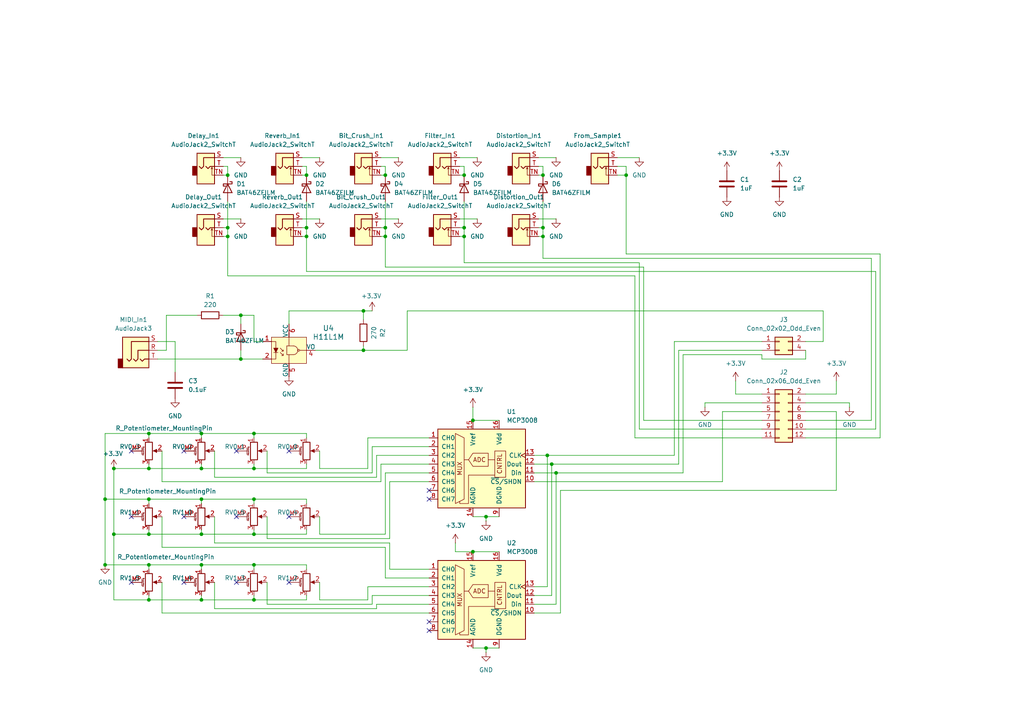
<source format=kicad_sch>
(kicad_sch (version 20231120) (generator "eeschema") (generator_version "8.0")
  (paper "A4")
  (title_block (title "Drum Machine PCB") (date "2025-10-22") (rev "0"))
  (lib_symbols
    (symbol "Analog_ADC:MCP3008" (pin_names (offset 1.016))
      (property "Reference" "U" (at -5.08 13.335 0))
      (property "Value" "MCP3008" (at -5.08 11.43 0))
      (symbol "MCP3008_0_0"
        (text "ADC" (at -0.635 1.27 0) (effects (font (size 1.27 1.27))))
        (text "CNTRL" (at 5.969 -2.921 900) (effects (font (size 1.27 1.27)) (justify left bottom)))
        (text "MUX" (at -6.35 -1.27 900) (effects (font (size 1.27 1.27))))
      )
      (symbol "MCP3008_0_1"
        (polyline (pts (xy -3.81 1.27) (xy -5.08 1.27)))
        (polyline (pts (xy 1.905 1.27) (xy 3.81 1.27)))
        (polyline (pts (xy -7.62 8.89) (xy -7.62 -11.43) (xy -5.08 -10.16) (xy -5.08 7.62) (xy -7.62 8.89)))
        (polyline (pts (xy 3.81 -3.175) (xy -3.81 -3.175) (xy -3.81 -11.43) (xy -6.35 -11.43) (xy -6.35 -10.795)))
        (polyline (pts (xy 1.905 3.175) (xy 1.905 -0.635) (xy -2.54 -0.635) (xy -3.81 1.27) (xy -2.54 3.175) (xy 1.905 3.175)))
        (rectangle (start 3.81 -3.81) (end 6.985 3.81))
        (rectangle (start 12.7 -12.7) (end -12.7 10.16) (stroke (width 0.254)) (fill (type background)))
      )
      (symbol "MCP3008_1_1"
        (pin input line (at -15.24 7.62 0) (length 2.54) (name "CH0") (number "1"))
        (pin input line (at 15.24 -5.08 180) (length 2.54) (name "~{CS}/SHDN") (number "10"))
        (pin input line (at 15.24 -2.54 180) (length 2.54) (name "Din") (number "11"))
        (pin output line (at 15.24 0 180) (length 2.54) (name "Dout") (number "12"))
        (pin input clock (at 15.24 2.54 180) (length 2.54) (name "CLK") (number "13"))
        (pin power_in line (at -2.54 -15.24 90) (length 2.54) (name "AGND") (number "14"))
        (pin power_in line (at -2.54 12.7 270) (length 2.54) (name "Vref") (number "15"))
        (pin power_in line (at 5.08 12.7 270) (length 2.54) (name "Vdd") (number "16"))
        (pin input line (at -15.24 5.08 0) (length 2.54) (name "CH1") (number "2"))
        (pin input line (at -15.24 2.54 0) (length 2.54) (name "CH2") (number "3"))
        (pin input line (at -15.24 0 0) (length 2.54) (name "CH3") (number "4"))
        (pin input line (at -15.24 -2.54 0) (length 2.54) (name "CH4") (number "5"))
        (pin input line (at -15.24 -5.08 0) (length 2.54) (name "CH5") (number "6"))
        (pin input line (at -15.24 -7.62 0) (length 2.54) (name "CH6") (number "7"))
        (pin input line (at -15.24 -10.16 0) (length 2.54) (name "CH7") (number "8"))
        (pin power_in line (at 5.08 -15.24 90) (length 2.54) (name "DGND") (number "9"))
      )
    )
    (symbol "Connector_Audio:AudioJack2_SwitchT"
      (property "Reference" "J" (at 0 8.89 0))
      (property "Value" "AudioJack2_SwitchT" (at 0 6.35 0))
      (symbol "AudioJack2_SwitchT_0_1"
        (rectangle (start -2.54 0) (end -3.81 -2.54) (stroke (width 0.254)) (fill (type outline)))
        (polyline (pts (xy 1.778 -0.254) (xy 2.032 -0.762)))
        (polyline (pts (xy 0 0) (xy 0.635 -0.635) (xy 1.27 0) (xy 2.54 0)) (stroke (width 0.254)))
        (polyline (pts (xy 2.54 -2.54) (xy 1.778 -2.54) (xy 1.778 -0.254) (xy 1.524 -0.762)))
        (polyline (pts (xy 2.54 2.54) (xy -0.635 2.54) (xy -0.635 0) (xy -1.27 -0.635) (xy -1.905 0)) (stroke (width 0.254)))
        (rectangle (start 2.54 3.81) (end -2.54 -5.08) (stroke (width 0.254)) (fill (type background)))
      )
      (symbol "AudioJack2_SwitchT_1_1"
        (pin passive line (at 5.08 2.54 180) (length 2.54) (name "~") (number "S"))
        (pin passive line (at 5.08 0 180) (length 2.54) (name "~") (number "T"))
        (pin passive line (at 5.08 -2.54 180) (length 2.54) (name "~") (number "TN"))
      )
    )
    (symbol "Connector_Audio:AudioJack3"
      (property "Reference" "J" (at 0 8.89 0))
      (property "Value" "AudioJack3" (at 0 6.35 0))
      (symbol "AudioJack3_0_1"
        (rectangle (start -5.08 -5.08) (end -6.35 -2.54) (stroke (width 0.254)) (fill (type outline)))
        (polyline (pts (xy 0 -2.54) (xy 0.635 -3.175) (xy 1.27 -2.54) (xy 2.54 -2.54)) (stroke (width 0.254)))
        (polyline (pts (xy -1.905 -2.54) (xy -1.27 -3.175) (xy -0.635 -2.54) (xy -0.635 0) (xy 2.54 0)) (stroke (width 0.254)))
        (polyline (pts (xy 2.54 2.54) (xy -2.54 2.54) (xy -2.54 -2.54) (xy -3.175 -3.175) (xy -3.81 -2.54)) (stroke (width 0.254)))
        (rectangle (start 2.54 3.81) (end -5.08 -5.08) (stroke (width 0.254)) (fill (type background)))
      )
      (symbol "AudioJack3_1_1"
        (pin passive line (at 5.08 0 180) (length 2.54) (name "~") (number "R"))
        (pin passive line (at 5.08 2.54 180) (length 2.54) (name "~") (number "S"))
        (pin passive line (at 5.08 -2.54 180) (length 2.54) (name "~") (number "T"))
      )
    )
    (symbol "Connector_Generic:Conn_02x02_Odd_Even" (pin_names (offset 1.016) hide)
      (property "Reference" "J" (at 1.27 2.54 0))
      (property "Value" "Conn_02x02_Odd_Even" (at 1.27 -5.08 0))
      (symbol "Conn_02x02_Odd_Even_1_1"
        (rectangle (start -1.27 -2.413) (end 0 -2.667) (stroke (width 0.1524)))
        (rectangle (start -1.27 0.127) (end 0 -0.127) (stroke (width 0.1524)))
        (rectangle (start -1.27 1.27) (end 3.81 -3.81) (stroke (width 0.254)) (fill (type background)))
        (rectangle (start 3.81 -2.413) (end 2.54 -2.667) (stroke (width 0.1524)))
        (rectangle (start 3.81 0.127) (end 2.54 -0.127) (stroke (width 0.1524)))
        (pin passive line (at -5.08 0 0) (length 3.81) (name "Pin_1") (number "1"))
        (pin passive line (at 7.62 0 180) (length 3.81) (name "Pin_2") (number "2"))
        (pin passive line (at -5.08 -2.54 0) (length 3.81) (name "Pin_3") (number "3"))
        (pin passive line (at 7.62 -2.54 180) (length 3.81) (name "Pin_4") (number "4"))
      )
    )
    (symbol "Connector_Generic:Conn_02x06_Odd_Even" (pin_names (offset 1.016) hide)
      (property "Reference" "J2" (at 1.27 11.43 0))
      (property "Value" "Conn_02x06_Odd_Even" (at 1.27 8.89 0))
      (symbol "Conn_02x06_Odd_Even_1_1"
        (rectangle (start -1.27 -7.493) (end 0 -7.747) (stroke (width 0.1524)))
        (rectangle (start -1.27 -4.953) (end 0 -5.207) (stroke (width 0.1524)))
        (rectangle (start -1.27 -2.413) (end 0 -2.667) (stroke (width 0.1524)))
        (rectangle (start -1.27 0.127) (end 0 -0.127) (stroke (width 0.1524)))
        (rectangle (start -1.27 2.667) (end 0 2.413) (stroke (width 0.1524)))
        (rectangle (start -1.27 5.207) (end 0 4.953) (stroke (width 0.1524)))
        (rectangle (start -1.27 6.35) (end 3.81 -8.89) (stroke (width 0.254)) (fill (type background)))
        (rectangle (start 3.81 -7.493) (end 2.54 -7.747) (stroke (width 0.1524)))
        (rectangle (start 3.81 -4.953) (end 2.54 -5.207) (stroke (width 0.1524)))
        (rectangle (start 3.81 -2.413) (end 2.54 -2.667) (stroke (width 0.1524)))
        (rectangle (start 3.81 0.127) (end 2.54 -0.127) (stroke (width 0.1524)))
        (rectangle (start 3.81 2.667) (end 2.54 2.413) (stroke (width 0.1524)))
        (rectangle (start 3.81 5.207) (end 2.54 4.953) (stroke (width 0.1524)))
        (pin power_out line (at -5.08 5.08 0) (length 3.81) (name "Pin_1") (number "1"))
        (pin passive line (at 7.62 -5.08 180) (length 3.81) (name "Pin_10") (number "10"))
        (pin passive line (at -5.08 -7.62 0) (length 3.81) (name "Pin_11") (number "11"))
        (pin passive line (at 7.62 -7.62 180) (length 3.81) (name "Pin_12") (number "12"))
        (pin passive line (at 7.62 5.08 180) (length 3.81) (name "Pin_2") (number "2"))
        (pin power_out line (at -5.08 2.54 0) (length 3.81) (name "Pin_3") (number "3"))
        (pin passive line (at 7.62 2.54 180) (length 3.81) (name "Pin_4") (number "4"))
        (pin passive line (at -5.08 0 0) (length 3.81) (name "Pin_5") (number "5"))
        (pin passive line (at 7.62 0 180) (length 3.81) (name "Pin_6") (number "6"))
        (pin passive line (at -5.08 -2.54 0) (length 3.81) (name "Pin_7") (number "7"))
        (pin passive line (at 7.62 -2.54 180) (length 3.81) (name "Pin_8") (number "8"))
        (pin passive line (at -5.08 -5.08 0) (length 3.81) (name "Pin_9") (number "9"))
      )
    )
    (symbol "Device:C" (pin_numbers hide) (pin_names (offset 0.254))
      (property "Reference" "C" (at 0.635 2.54 0))
      (property "Value" "C" (at 0.635 -2.54 0))
      (symbol "C_0_1"
        (polyline (pts (xy -2.032 -0.762) (xy 2.032 -0.762)) (stroke (width 0.508)))
        (polyline (pts (xy -2.032 0.762) (xy 2.032 0.762)) (stroke (width 0.508)))
      )
      (symbol "C_1_1"
        (pin passive line (at 0 3.81 270) (length 2.794) (name "~") (number "1"))
        (pin passive line (at 0 -3.81 90) (length 2.794) (name "~") (number "2"))
      )
    )
    (symbol "Device:R" (pin_numbers hide) (pin_names (offset 0))
      (property "Reference" "R" (at 2.032 0 90))
      (property "Value" "R" (at 0 0 90))
      (symbol "R_0_1"
        (rectangle (start -1.016 -2.54) (end 1.016 2.54) (stroke (width 0.254)))
      )
      (symbol "R_1_1"
        (pin passive line (at 0 3.81 270) (length 1.27) (name "~") (number "1"))
        (pin passive line (at 0 -3.81 90) (length 1.27) (name "~") (number "2"))
      )
    )
    (symbol "Device:R_Potentiometer_MountingPin" (pin_names (offset 1.016) hide)
      (property "Reference" "RV" (at -8.255 0 90))
      (property "Value" "R_Potentiometer_MountingPin" (at -6.35 0 90))
      (symbol "R_Potentiometer_MountingPin_0_1"
        (polyline (pts (xy 2.54 0) (xy 1.524 0)))
        (polyline (pts (xy 1.143 0) (xy 2.286 0.508) (xy 2.286 -0.508)) (fill (type outline)))
        (rectangle (start 1.016 2.54) (end -1.016 -2.54) (stroke (width 0.254)))
      )
      (symbol "R_Potentiometer_MountingPin_1_1"
        (polyline (pts (xy -2.032 1.016) (xy -2.032 -1.016)) (stroke (width 0.1524)))
        (text "Mounting" (at -1.651 0 900) (effects (font (size 0.381 0.381))))
        (pin passive line (at 0 3.81 270) (length 1.27) (name "1") (number "1"))
        (pin passive line (at 3.81 0 180) (length 1.27) (name "2") (number "2"))
        (pin passive line (at 0 -3.81 90) (length 1.27) (name "3") (number "3"))
        (pin passive line (at -5.08 0 0) (length 3.048) (name "MountPin") (number "MP"))
      )
    )
    (symbol "Diode:BAT46" (pin_numbers hide) (pin_names (offset 1.016) hide)
      (property "Reference" "D" (at 0 2.54 0))
      (property "Value" "BAT46" (at 0 -2.54 0))
      (symbol "BAT46_0_1"
        (polyline (pts (xy 1.27 0) (xy -1.27 0)))
        (polyline (pts (xy 1.27 1.27) (xy 1.27 -1.27) (xy -1.27 0) (xy 1.27 1.27)) (stroke (width 0.254)))
        (polyline (pts (xy -1.905 0.635) (xy -1.905 1.27) (xy -1.27 1.27) (xy -1.27 -1.27) (xy -0.635 -1.27) (xy -0.635 -0.635)) (stroke (width 0.254)))
      )
      (symbol "BAT46_1_1"
        (pin passive line (at -3.81 0 0) (length 2.54) (name "K") (number "1"))
        (pin passive line (at 3.81 0 180) (length 2.54) (name "A") (number "2"))
      )
    )
    (symbol "dk_Optoisolators-Logic-Output:H11L1M" (pin_names (offset 0))
      (property "Reference" "U" (at -5.08 6.35 0))
      (property "Value" "H11L1M" (at 3.175 -6.35 0))
      (symbol "H11L1M_0_1"
        (polyline (pts (xy -4.445 -0.635) (xy -3.175 -0.635)))
        (polyline (pts (xy -0.635 1.27) (xy 1.27 1.27)))
        (polyline (pts (xy 0 -5.08) (xy 0 -1.27)))
        (polyline (pts (xy 0 5.08) (xy 0 1.27)))
        (polyline (pts (xy 3.175 0) (xy 5.08 0)))
        (polyline (pts (xy -5.08 2.54) (xy -3.81 2.54) (xy -3.81 0)))
        (polyline (pts (xy -3.81 -0.635) (xy -3.81 -2.54) (xy -5.08 -2.54)))
        (polyline (pts (xy -0.635 1.27) (xy -0.635 -1.27) (xy 1.27 -1.27)))
        (polyline (pts (xy -3.81 -0.635) (xy -4.445 0.635) (xy -3.175 0.635) (xy -3.81 -0.635)) (fill (type outline)))
        (polyline (pts (xy -2.54 -0.635) (xy -1.651 -1.524) (xy -1.651 -1.016) (xy -1.651 -1.524) (xy -2.159 -1.524)))
        (polyline (pts (xy -2.54 0.635) (xy -1.651 -0.254) (xy -1.651 0.127) (xy -1.651 -0.254) (xy -2.159 -0.254)))
        (arc (start 1.27 -1.27) (mid 2.54 0) (end 1.27 1.27))
        (circle (center 2.54 0) (radius 0.0001))
        (circle (center 2.794 0) (radius 0.2794))
      )
      (symbol "H11L1M_1_1"
        (rectangle (start -5.08 3.81) (end 5.08 -3.81) (fill (type background)))
        (pin passive line (at -7.62 2.54 0) (length 2.54) (name "~") (number "1"))
        (pin passive line (at -7.62 -2.54 0) (length 2.54) (name "~") (number "2"))
        (pin no_connect line (at 5.08 -2.54 180) (length 2.54) hide (name "NC") (number "3"))
        (pin output line (at 7.62 0 180) (length 2.54) (name "VO") (number "4"))
        (pin power_in line (at 0 -7.62 90) (length 3.81) (name "GND") (number "5"))
        (pin power_in line (at 0 7.62 270) (length 3.81) (name "VCC") (number "6"))
      )
    )
    (symbol "power:+3.3V" (power) (pin_numbers hide) (pin_names (offset 0) hide)
      (property "Value" "+3.3V" (at 0 3.556 0))
      (symbol "+3.3V_0_1"
        (polyline (pts (xy -0.762 1.27) (xy 0 2.54)))
        (polyline (pts (xy 0 0) (xy 0 2.54)))
        (polyline (pts (xy 0 2.54) (xy 0.762 1.27)))
      )
      (symbol "+3.3V_1_1"
        (pin power_in line (at 0 0 90) (length 0) (name "~") (number "1"))
      )
    )
    (symbol "power:GND" (power) (pin_numbers hide) (pin_names (offset 0) hide)
      (property "Value" "GND" (at 0 -3.81 0))
      (symbol "GND_0_1"
        (polyline (pts (xy 0 0) (xy 0 -1.27) (xy 1.27 -1.27) (xy 0 -2.54) (xy -1.27 -1.27) (xy 0 -1.27)))
      )
      (symbol "GND_1_1"
        (pin power_in line (at 0 0 270) (length 0) (name "~") (number "1"))
      )
    )
  )
  (junction (at 58.42 154.94))
  (junction (at 69.85 104.14))
  (junction (at 58.42 135.89))
  (junction (at 73.66 154.94))
  (junction (at 140.97 149.86))
  (junction (at 30.48 163.83))
  (junction (at 66.04 66.04))
  (junction (at 88.9 66.04))
  (junction (at 111.76 68.58))
  (junction (at 73.66 135.89))
  (junction (at 33.02 135.89))
  (junction (at 30.48 144.78))
  (junction (at 181.61 50.8))
  (junction (at 111.76 66.04))
  (junction (at 157.48 66.04))
  (junction (at 134.62 66.04))
  (junction (at 105.41 101.6))
  (junction (at 137.16 121.92))
  (junction (at 158.75 132.08))
  (junction (at 73.66 125.73))
  (junction (at 160.02 134.62))
  (junction (at 69.85 91.44))
  (junction (at 73.66 163.83))
  (junction (at 43.18 135.89))
  (junction (at 88.9 50.8))
  (junction (at 140.97 187.96))
  (junction (at 66.04 68.58))
  (junction (at 88.9 68.58))
  (junction (at 161.29 137.16))
  (junction (at 157.48 68.58))
  (junction (at 105.41 90.17))
  (junction (at 111.76 50.8))
  (junction (at 43.18 154.94))
  (junction (at 134.62 50.8))
  (junction (at 66.04 50.8))
  (junction (at 43.18 125.73))
  (junction (at 58.42 125.73))
  (junction (at 43.18 163.83))
  (junction (at 73.66 144.78))
  (junction (at 58.42 173.99))
  (junction (at 58.42 144.78))
  (junction (at 33.02 154.94))
  (junction (at 137.16 160.02))
  (junction (at 157.48 50.8))
  (junction (at 134.62 68.58))
  (junction (at 43.18 144.78))
  (junction (at 73.66 173.99))
  (junction (at 58.42 163.83))
  (junction (at 43.18 173.99))
  (no_connect (at 124.46 144.78))
  (no_connect (at 38.1 130.81))
  (no_connect (at 124.46 180.34))
  (no_connect (at 68.58 149.86))
  (no_connect (at 68.58 168.91))
  (no_connect (at 83.82 130.81))
  (no_connect (at 124.46 182.88))
  (no_connect (at 124.46 142.24))
  (no_connect (at 38.1 149.86))
  (no_connect (at 68.58 130.81))
  (no_connect (at 83.82 168.91))
  (no_connect (at 53.34 168.91))
  (no_connect (at 53.34 130.81))
  (no_connect (at 83.82 149.86))
  (no_connect (at 38.1 168.91))
  (no_connect (at 53.34 149.86))
  (wire (pts (xy 109.22 132.08) (xy 109.22 138.43)))
  (wire (pts (xy 134.62 68.58) (xy 134.62 76.2)))
  (wire (pts (xy 161.29 137.16) (xy 198.12 137.16)))
  (wire (pts (xy 144.78 121.92) (xy 137.16 121.92)))
  (wire (pts (xy 157.48 48.26) (xy 157.48 50.8)))
  (wire (pts (xy 157.48 66.04) (xy 157.48 68.58)))
  (wire (pts (xy 133.35 50.8) (xy 134.62 50.8)))
  (wire (pts (xy 58.42 144.78) (xy 73.66 144.78)))
  (wire (pts (xy 92.71 130.81) (xy 92.71 135.89)))
  (wire (pts (xy 137.16 121.92) (xy 137.16 118.11)))
  (wire (pts (xy 43.18 154.94) (xy 43.18 153.67)))
  (wire (pts (xy 185.42 76.2) (xy 185.42 124.46)))
  (wire (pts (xy 46.99 158.75) (xy 111.76 158.75)))
  (wire (pts (xy 73.66 91.44) (xy 73.66 99.06)))
  (wire (pts (xy 43.18 144.78) (xy 43.18 146.05)))
  (wire (pts (xy 30.48 144.78) (xy 30.48 163.83)))
  (wire (pts (xy 110.49 50.8) (xy 111.76 50.8)))
  (wire (pts (xy 133.35 68.58) (xy 134.62 68.58)))
  (wire (pts (xy 69.85 101.6) (xy 69.85 104.14)))
  (wire (pts (xy 124.46 137.16) (xy 111.76 137.16)))
  (wire (pts (xy 73.66 154.94) (xy 73.66 153.67)))
  (wire (pts (xy 195.58 132.08) (xy 195.58 99.06)))
  (wire (pts (xy 233.68 104.14) (xy 233.68 101.6)))
  (wire (pts (xy 58.42 135.89) (xy 58.42 134.62)))
  (wire (pts (xy 46.99 130.81) (xy 46.99 139.7)))
  (wire (pts (xy 45.72 104.14) (xy 69.85 104.14)))
  (wire (pts (xy 124.46 172.72) (xy 107.95 172.72)))
  (wire (pts (xy 69.85 104.14) (xy 76.2 104.14)))
  (wire (pts (xy 242.57 114.3) (xy 233.68 114.3)))
  (wire (pts (xy 88.9 68.58) (xy 88.9 78.74)))
  (wire (pts (xy 87.63 63.5) (xy 92.71 63.5)))
  (wire (pts (xy 105.41 90.17) (xy 105.41 92.71)))
  (wire (pts (xy 181.61 50.8) (xy 181.61 73.66)))
  (wire (pts (xy 160.02 172.72) (xy 160.02 134.62)))
  (wire (pts (xy 196.85 101.6) (xy 220.98 101.6)))
  (wire (pts (xy 58.42 173.99) (xy 58.42 172.72)))
  (wire (pts (xy 64.77 91.44) (xy 69.85 91.44)))
  (wire (pts (xy 87.63 66.04) (xy 88.9 66.04)))
  (wire (pts (xy 140.97 187.96) (xy 140.97 189.23)))
  (wire (pts (xy 43.18 135.89) (xy 58.42 135.89)))
  (wire (pts (xy 124.46 170.18) (xy 106.68 170.18)))
  (wire (pts (xy 198.12 137.16) (xy 198.12 102.87)))
  (wire (pts (xy 154.94 139.7) (xy 209.55 139.7)))
  (wire (pts (xy 133.35 45.72) (xy 138.43 45.72)))
  (wire (pts (xy 137.16 149.86) (xy 140.97 149.86)))
  (wire (pts (xy 87.63 50.8) (xy 88.9 50.8)))
  (wire (pts (xy 58.42 163.83) (xy 73.66 163.83)))
  (wire (pts (xy 77.47 156.21) (xy 113.03 156.21)))
  (wire (pts (xy 110.49 45.72) (xy 115.57 45.72)))
  (wire (pts (xy 48.26 91.44) (xy 57.15 91.44)))
  (wire (pts (xy 33.02 173.99) (xy 43.18 173.99)))
  (wire (pts (xy 137.16 187.96) (xy 140.97 187.96)))
  (wire (pts (xy 73.66 99.06) (xy 76.2 99.06)))
  (wire (pts (xy 113.03 165.1) (xy 113.03 157.48)))
  (wire (pts (xy 198.12 102.87) (xy 220.98 102.87)))
  (wire (pts (xy 132.08 157.48) (xy 132.08 160.02)))
  (wire (pts (xy 246.38 116.84) (xy 233.68 116.84)))
  (wire (pts (xy 88.9 163.83) (xy 88.9 165.1)))
  (wire (pts (xy 73.66 135.89) (xy 88.9 135.89)))
  (wire (pts (xy 58.42 135.89) (xy 73.66 135.89)))
  (wire (pts (xy 46.99 149.86) (xy 46.99 158.75)))
  (wire (pts (xy 88.9 135.89) (xy 88.9 134.62)))
  (wire (pts (xy 110.49 48.26) (xy 111.76 48.26)))
  (wire (pts (xy 156.21 63.5) (xy 161.29 63.5)))
  (wire (pts (xy 161.29 175.26) (xy 154.94 175.26)))
  (wire (pts (xy 46.99 139.7) (xy 110.49 139.7)))
  (wire (pts (xy 186.69 77.47) (xy 186.69 121.92)))
  (wire (pts (xy 156.21 48.26) (xy 157.48 48.26)))
  (wire (pts (xy 111.76 66.04) (xy 111.76 68.58)))
  (wire (pts (xy 43.18 154.94) (xy 58.42 154.94)))
  (wire (pts (xy 154.94 172.72) (xy 160.02 172.72)))
  (wire (pts (xy 124.46 167.64) (xy 111.76 167.64)))
  (wire (pts (xy 158.75 170.18) (xy 154.94 170.18)))
  (wire (pts (xy 66.04 80.01) (xy 184.15 80.01)))
  (wire (pts (xy 73.66 135.89) (xy 73.66 134.62)))
  (wire (pts (xy 118.11 90.17) (xy 238.76 90.17)))
  (wire (pts (xy 92.71 168.91) (xy 92.71 173.99)))
  (wire (pts (xy 111.76 167.64) (xy 111.76 158.75)))
  (wire (pts (xy 118.11 90.17) (xy 118.11 101.6)))
  (wire (pts (xy 33.02 135.89) (xy 43.18 135.89)))
  (wire (pts (xy 58.42 173.99) (xy 73.66 173.99)))
  (wire (pts (xy 64.77 63.5) (xy 69.85 63.5)))
  (wire (pts (xy 62.23 176.53) (xy 109.22 176.53)))
  (wire (pts (xy 220.98 116.84) (xy 204.47 116.84)))
  (wire (pts (xy 88.9 144.78) (xy 88.9 146.05)))
  (wire (pts (xy 88.9 66.04) (xy 88.9 68.58)))
  (wire (pts (xy 124.46 134.62) (xy 110.49 134.62)))
  (wire (pts (xy 124.46 132.08) (xy 109.22 132.08)))
  (wire (pts (xy 134.62 48.26) (xy 134.62 50.8)))
  (wire (pts (xy 111.76 48.26) (xy 111.76 50.8)))
  (wire (pts (xy 58.42 163.83) (xy 58.42 165.1)))
  (wire (pts (xy 204.47 116.84) (xy 204.47 118.11)))
  (wire (pts (xy 77.47 149.86) (xy 77.47 156.21)))
  (wire (pts (xy 179.07 48.26) (xy 181.61 48.26)))
  (wire (pts (xy 66.04 66.04) (xy 66.04 68.58)))
  (wire (pts (xy 92.71 135.89) (xy 106.68 135.89)))
  (wire (pts (xy 30.48 163.83) (xy 43.18 163.83)))
  (wire (pts (xy 77.47 175.26) (xy 107.95 175.26)))
  (wire (pts (xy 46.99 168.91) (xy 46.99 177.8)))
  (wire (pts (xy 107.95 172.72) (xy 107.95 175.26)))
  (wire (pts (xy 43.18 135.89) (xy 43.18 134.62)))
  (wire (pts (xy 220.98 114.3) (xy 213.36 114.3)))
  (wire (pts (xy 156.21 45.72) (xy 161.29 45.72)))
  (wire (pts (xy 92.71 173.99) (xy 106.68 173.99)))
  (wire (pts (xy 134.62 76.2) (xy 185.42 76.2)))
  (wire (pts (xy 154.94 177.8) (xy 162.56 177.8)))
  (wire (pts (xy 73.66 125.73) (xy 88.9 125.73)))
  (wire (pts (xy 73.66 154.94) (xy 88.9 154.94)))
  (wire (pts (xy 105.41 101.6) (xy 118.11 101.6)))
  (wire (pts (xy 213.36 114.3) (xy 213.36 110.49)))
  (wire (pts (xy 58.42 154.94) (xy 58.42 153.67)))
  (wire (pts (xy 124.46 129.54) (xy 107.95 129.54)))
  (wire (pts (xy 33.02 154.94) (xy 33.02 173.99)))
  (wire (pts (xy 179.07 50.8) (xy 181.61 50.8)))
  (wire (pts (xy 87.63 68.58) (xy 88.9 68.58)))
  (wire (pts (xy 161.29 137.16) (xy 161.29 175.26)))
  (wire (pts (xy 87.63 48.26) (xy 88.9 48.26)))
  (wire (pts (xy 73.66 173.99) (xy 88.9 173.99)))
  (wire (pts (xy 66.04 68.58) (xy 66.04 80.01)))
  (wire (pts (xy 238.76 90.17) (xy 238.76 99.06)))
  (wire (pts (xy 109.22 175.26) (xy 109.22 176.53)))
  (wire (pts (xy 77.47 168.91) (xy 77.47 175.26)))
  (wire (pts (xy 43.18 173.99) (xy 43.18 172.72)))
  (wire (pts (xy 246.38 118.11) (xy 246.38 116.84)))
  (wire (pts (xy 157.48 58.42) (xy 157.48 66.04)))
  (wire (pts (xy 62.23 168.91) (xy 62.23 176.53)))
  (wire (pts (xy 92.71 154.94) (xy 111.76 154.94)))
  (wire (pts (xy 255.27 73.66) (xy 255.27 127)))
  (wire (pts (xy 158.75 132.08) (xy 158.75 170.18)))
  (wire (pts (xy 184.15 127) (xy 220.98 127)))
  (wire (pts (xy 58.42 125.73) (xy 58.42 127)))
  (wire (pts (xy 77.47 137.16) (xy 107.95 137.16)))
  (wire (pts (xy 48.26 91.44) (xy 48.26 101.6)))
  (wire (pts (xy 69.85 91.44) (xy 69.85 93.98)))
  (wire (pts (xy 30.48 144.78) (xy 43.18 144.78)))
  (wire (pts (xy 220.98 102.87) (xy 220.98 104.14)))
  (wire (pts (xy 220.98 104.14) (xy 233.68 104.14)))
  (wire (pts (xy 124.46 139.7) (xy 113.03 139.7)))
  (wire (pts (xy 88.9 125.73) (xy 88.9 127)))
  (wire (pts (xy 73.66 173.99) (xy 73.66 172.72)))
  (wire (pts (xy 156.21 50.8) (xy 157.48 50.8)))
  (wire (pts (xy 157.48 68.58) (xy 157.48 74.93)))
  (wire (pts (xy 134.62 58.42) (xy 134.62 66.04)))
  (wire (pts (xy 43.18 173.99) (xy 58.42 173.99)))
  (wire (pts (xy 43.18 125.73) (xy 58.42 125.73)))
  (wire (pts (xy 157.48 74.93) (xy 252.73 74.93)))
  (wire (pts (xy 181.61 48.26) (xy 181.61 50.8)))
  (wire (pts (xy 160.02 134.62) (xy 154.94 134.62)))
  (wire (pts (xy 154.94 132.08) (xy 158.75 132.08)))
  (wire (pts (xy 66.04 58.42) (xy 66.04 66.04)))
  (wire (pts (xy 133.35 66.04) (xy 134.62 66.04)))
  (wire (pts (xy 48.26 101.6) (xy 45.72 101.6)))
  (wire (pts (xy 50.8 99.06) (xy 45.72 99.06)))
  (wire (pts (xy 64.77 45.72) (xy 69.85 45.72)))
  (wire (pts (xy 134.62 66.04) (xy 134.62 68.58)))
  (wire (pts (xy 33.02 154.94) (xy 43.18 154.94)))
  (wire (pts (xy 77.47 130.81) (xy 77.47 137.16)))
  (wire (pts (xy 30.48 125.73) (xy 43.18 125.73)))
  (wire (pts (xy 46.99 177.8) (xy 124.46 177.8)))
  (wire (pts (xy 66.04 48.26) (xy 66.04 50.8)))
  (wire (pts (xy 64.77 66.04) (xy 66.04 66.04)))
  (wire (pts (xy 107.95 129.54) (xy 107.95 137.16)))
  (wire (pts (xy 43.18 163.83) (xy 43.18 165.1)))
  (wire (pts (xy 69.85 91.44) (xy 73.66 91.44)))
  (wire (pts (xy 233.68 99.06) (xy 238.76 99.06)))
  (wire (pts (xy 73.66 125.73) (xy 73.66 127)))
  (wire (pts (xy 137.16 160.02) (xy 144.78 160.02)))
  (wire (pts (xy 110.49 68.58) (xy 111.76 68.58)))
  (wire (pts (xy 252.73 74.93) (xy 252.73 121.92)))
  (wire (pts (xy 185.42 124.46) (xy 220.98 124.46)))
  (wire (pts (xy 88.9 173.99) (xy 88.9 172.72)))
  (wire (pts (xy 111.76 77.47) (xy 186.69 77.47)))
  (wire (pts (xy 110.49 66.04) (xy 111.76 66.04)))
  (wire (pts (xy 233.68 119.38) (xy 242.57 119.38)))
  (wire (pts (xy 106.68 127) (xy 106.68 135.89)))
  (wire (pts (xy 179.07 45.72) (xy 185.42 45.72)))
  (wire (pts (xy 160.02 134.62) (xy 196.85 134.62)))
  (wire (pts (xy 144.78 187.96) (xy 140.97 187.96)))
  (wire (pts (xy 186.69 121.92) (xy 220.98 121.92)))
  (wire (pts (xy 88.9 154.94) (xy 88.9 153.67)))
  (wire (pts (xy 196.85 134.62) (xy 196.85 101.6)))
  (wire (pts (xy 140.97 149.86) (xy 144.78 149.86)))
  (wire (pts (xy 162.56 177.8) (xy 162.56 142.24)))
  (wire (pts (xy 58.42 125.73) (xy 73.66 125.73)))
  (wire (pts (xy 73.66 163.83) (xy 88.9 163.83)))
  (wire (pts (xy 162.56 142.24) (xy 242.57 142.24)))
  (wire (pts (xy 62.23 149.86) (xy 62.23 157.48)))
  (wire (pts (xy 209.55 139.7) (xy 209.55 119.38)))
  (wire (pts (xy 73.66 163.83) (xy 73.66 165.1)))
  (wire (pts (xy 255.27 127) (xy 233.68 127)))
  (wire (pts (xy 254 78.74) (xy 254 124.46)))
  (wire (pts (xy 88.9 58.42) (xy 88.9 66.04)))
  (wire (pts (xy 87.63 45.72) (xy 92.71 45.72)))
  (wire (pts (xy 113.03 139.7) (xy 113.03 156.21)))
  (wire (pts (xy 30.48 125.73) (xy 30.48 144.78)))
  (wire (pts (xy 110.49 134.62) (xy 110.49 139.7)))
  (wire (pts (xy 242.57 142.24) (xy 242.57 119.38)))
  (wire (pts (xy 106.68 170.18) (xy 106.68 173.99)))
  (wire (pts (xy 62.23 138.43) (xy 109.22 138.43)))
  (wire (pts (xy 50.8 99.06) (xy 50.8 107.95)))
  (wire (pts (xy 64.77 68.58) (xy 66.04 68.58)))
  (wire (pts (xy 73.66 144.78) (xy 73.66 146.05)))
  (wire (pts (xy 64.77 48.26) (xy 66.04 48.26)))
  (wire (pts (xy 195.58 99.06) (xy 220.98 99.06)))
  (wire (pts (xy 73.66 144.78) (xy 88.9 144.78)))
  (wire (pts (xy 83.82 90.17) (xy 83.82 93.98)))
  (wire (pts (xy 252.73 121.92) (xy 233.68 121.92)))
  (wire (pts (xy 133.35 48.26) (xy 134.62 48.26)))
  (wire (pts (xy 105.41 100.33) (xy 105.41 101.6)))
  (wire (pts (xy 181.61 73.66) (xy 255.27 73.66)))
  (wire (pts (xy 107.95 90.17) (xy 105.41 90.17)))
  (wire (pts (xy 124.46 127) (xy 106.68 127)))
  (wire (pts (xy 111.76 58.42) (xy 111.76 66.04)))
  (wire (pts (xy 124.46 175.26) (xy 109.22 175.26)))
  (wire (pts (xy 88.9 78.74) (xy 254 78.74)))
  (wire (pts (xy 43.18 125.73) (xy 43.18 127)))
  (wire (pts (xy 43.18 144.78) (xy 58.42 144.78)))
  (wire (pts (xy 156.21 66.04) (xy 157.48 66.04)))
  (wire (pts (xy 105.41 90.17) (xy 83.82 90.17)))
  (wire (pts (xy 254 124.46) (xy 233.68 124.46)))
  (wire (pts (xy 209.55 119.38) (xy 220.98 119.38)))
  (wire (pts (xy 154.94 137.16) (xy 161.29 137.16)))
  (wire (pts (xy 62.23 157.48) (xy 113.03 157.48)))
  (wire (pts (xy 88.9 48.26) (xy 88.9 50.8)))
  (wire (pts (xy 140.97 149.86) (xy 140.97 151.13)))
  (wire (pts (xy 184.15 80.01) (xy 184.15 127)))
  (wire (pts (xy 110.49 63.5) (xy 115.57 63.5)))
  (wire (pts (xy 158.75 132.08) (xy 195.58 132.08)))
  (wire (pts (xy 242.57 110.49) (xy 242.57 114.3)))
  (wire (pts (xy 58.42 154.94) (xy 73.66 154.94)))
  (wire (pts (xy 43.18 163.83) (xy 58.42 163.83)))
  (wire (pts (xy 156.21 68.58) (xy 157.48 68.58)))
  (wire (pts (xy 58.42 144.78) (xy 58.42 146.05)))
  (wire (pts (xy 33.02 135.89) (xy 33.02 154.94)))
  (wire (pts (xy 92.71 149.86) (xy 92.71 154.94)))
  (wire (pts (xy 62.23 130.81) (xy 62.23 138.43)))
  (wire (pts (xy 64.77 50.8) (xy 66.04 50.8)))
  (wire (pts (xy 111.76 68.58) (xy 111.76 77.47)))
  (wire (pts (xy 132.08 160.02) (xy 137.16 160.02)))
  (wire (pts (xy 133.35 63.5) (xy 138.43 63.5)))
  (wire (pts (xy 124.46 165.1) (xy 113.03 165.1)))
  (wire (pts (xy 91.44 101.6) (xy 105.41 101.6)))
  (wire (pts (xy 111.76 137.16) (xy 111.76 154.94)))
  (symbol (lib_id "Connector_Audio:AudioJack2_SwitchT") (at 82.55 48.26 0) (unit 1)
    (property "Reference" "Reverb_In1" (at 81.915 39.37 0))
    (property "Value" "AudioJack2_SwitchT" (at 81.915 41.91 0))
    (property "Footprint" "Jack_3.5mm_QingPu_WQP-PJ398SM_Vertical_CircularHoles" (effects (hide yes)))
    (property "Description" "Audio Jack, 2 Poles (Mono / TS), Switched T Pole (Normalling)" (effects (hide yes)))
  )
  (symbol (lib_id "power:GND") (at 161.29 45.72 0) (unit 1)
    (property "Reference" "#PWR19" (effects (hide yes)))
    (property "Value" "GND" (at 161.29 50.8 0))
    (property "Description" "Power symbol creates a global label with name \"GND\" , ground" (effects (hide yes)))
  )
  (symbol (lib_id "power:+3.3V") (at 213.36 110.49 0) (unit 1)
    (property "Reference" "#PWR12" (effects (hide yes)))
    (property "Value" "+3.3V" (at 213.36 105.41 0))
    (property "Description" "Power symbol creates a global label with name \"+3.3V\"" (effects (hide yes)))
  )
  (symbol (lib_id "Device:R_Potentiometer_MountingPin") (at 58.42 168.91 0) (unit 1)
    (property "Reference" "RV1_4" (at 55.88 167.6399 0) (effects (justify right)))
    (property "Value" "R_Potentiometer_MountingPin" (at 62.23 161.544 0) (effects (justify right)))
    (property "Footprint" "My_Library:Potentiometer_Alpha_RD901F-40-00D_Single_Vertical_MP" (effects (hide yes)))
    (property "Description" "Potentiometer with a mounting pin" (effects (hide yes)))
  )
  (symbol (lib_id "power:GND") (at 69.85 45.72 0) (unit 1)
    (property "Reference" "#PWR27" (effects (hide yes)))
    (property "Value" "GND" (at 69.85 50.8 0))
    (property "Description" "Power symbol creates a global label with name \"GND\" , ground" (effects (hide yes)))
  )
  (symbol (lib_id "Diode:BAT46") (at 157.48 54.61 270) (unit 1)
    (property "Reference" "D6" (at 160.02 53.3399 90) (effects (justify left)))
    (property "Value" "BAT46ZFILM" (at 160.02 55.8799 90) (effects (justify left)))
    (property "Footprint" "Diode_SMD:D_SOD-123" (effects (hide yes)))
    (property "Datasheet" "https://www.st.com/content/ccc/resource/technical/document/datasheet/c6/32/d4/4a/28/d3/4b/11/CD00004930.pdf/files/CD00004930.pdf/jcr:content/translations/en.CD00004930.pdf" (effects (hide yes)))
    (property "Description" "100V 0.15A Small Signal Schottky Diode, DO-35" (effects (hide yes)))
    (property "Sim.Device" "D" (effects (hide yes)))
    (property "Sim.Pins" "1=K 2=A" (effects (hide yes)))
  )
  (symbol (lib_id "power:GND") (at 140.97 151.13 0) (unit 1)
    (property "Reference" "#PWR3" (effects (hide yes)))
    (property "Value" "GND" (at 140.97 156.21 0))
    (property "Description" "Power symbol creates a global label with name \"GND\" , ground" (effects (hide yes)))
  )
  (symbol (lib_id "Device:C") (at 226.06 53.34 0) (unit 1)
    (property "Reference" "C2" (at 229.87 52.0699 0) (effects (justify left)))
    (property "Value" "1uF" (at 229.87 54.6099 0) (effects (justify left)))
    (property "Footprint" "digikey-footprints:0805" (effects (hide yes)))
    (property "Description" "Unpolarized capacitor" (effects (hide yes)))
  )
  (symbol (lib_id "Device:C") (at 50.8 111.76 0) (unit 1)
    (property "Reference" "C3" (at 54.61 110.4899 0) (effects (justify left)))
    (property "Value" "0.1uF" (at 54.61 113.0299 0) (effects (justify left)))
    (property "Footprint" "digikey-footprints:0805" (effects (hide yes)))
    (property "Description" "Unpolarized capacitor" (effects (hide yes)))
  )
  (symbol (lib_id "Device:R_Potentiometer_MountingPin") (at 73.66 168.91 0) (unit 1)
    (property "Reference" "RV1_3" (at 71.12 167.6399 0) (effects (justify right)))
    (property "Value" "R_Potentiometer_MountingPin" (effects (hide yes)))
    (property "Footprint" "My_Library:Potentiometer_Alpha_RD901F-40-00D_Single_Vertical_MP" (effects (hide yes)))
    (property "Description" "Potentiometer with a mounting pin" (effects (hide yes)))
  )
  (symbol (lib_id "Connector_Generic:Conn_02x02_Odd_Even") (at 226.06 99.06 0) (unit 1)
    (property "Reference" "J3" (at 227.33 92.71 0))
    (property "Value" "Conn_02x02_Odd_Even" (at 227.33 95.25 0))
    (property "Footprint" "Connector_PinHeader_2.54mm:PinHeader_2x02_P2.54mm_Horizontal" (effects (hide yes)))
    (property "Description" "Generic connector, double row, 02x02, odd/even pin numbering scheme (row 1 odd numbers, row 2 even numbers), script generated (kicad-library-utils/schlib/autogen/connector/)" (effects (hide yes)))
  )
  (symbol (lib_id "Device:R_Potentiometer_MountingPin") (at 88.9 168.91 0) (unit 1)
    (property "Reference" "RV1_2" (at 86.36 167.6399 0) (effects (justify right)))
    (property "Value" "R_Potentiometer_MountingPin" (effects (hide yes)))
    (property "Footprint" "My_Library:Potentiometer_Alpha_RD901F-40-00D_Single_Vertical_MP" (effects (hide yes)))
    (property "Description" "Potentiometer with a mounting pin" (effects (hide yes)))
  )
  (symbol (lib_id "Device:C") (at 210.82 53.34 0) (unit 1)
    (property "Reference" "C1" (at 214.63 52.0699 0) (effects (justify left)))
    (property "Value" "1uF" (at 214.63 54.6099 0) (effects (justify left)))
    (property "Footprint" "digikey-footprints:0805" (effects (hide yes)))
    (property "Description" "Unpolarized capacitor" (effects (hide yes)))
  )
  (symbol (lib_id "Device:R_Potentiometer_MountingPin") (at 43.18 168.91 0) (unit 1)
    (property "Reference" "RV1_5" (at 40.64 167.6399 0) (effects (justify right)))
    (property "Value" "R_Potentiometer_MountingPin" (effects (hide yes)))
    (property "Footprint" "My_Library:Potentiometer_Alpha_RD901F-40-00D_Single_Vertical_MP" (effects (hide yes)))
    (property "Description" "Potentiometer with a mounting pin" (effects (hide yes)))
  )
  (symbol (lib_id "Connector_Audio:AudioJack2_SwitchT") (at 151.13 66.04 0) (unit 1)
    (property "Reference" "Distortion_Out1" (at 150.495 57.15 0))
    (property "Value" "AudioJack2_SwitchT" (at 150.495 59.69 0))
    (property "Footprint" "Jack_3.5mm_QingPu_WQP-PJ398SM_Vertical_CircularHoles" (effects (hide yes)))
    (property "Description" "Audio Jack, 2 Poles (Mono / TS), Switched T Pole (Normalling)" (effects (hide yes)))
  )
  (symbol (lib_id "Diode:BAT46") (at 134.62 54.61 270) (unit 1)
    (property "Reference" "D5" (at 137.16 53.3399 90) (effects (justify left)))
    (property "Value" "BAT46ZFILM" (at 137.16 55.8799 90) (effects (justify left)))
    (property "Footprint" "Diode_SMD:D_SOD-123" (effects (hide yes)))
    (property "Datasheet" "https://www.st.com/content/ccc/resource/technical/document/datasheet/c6/32/d4/4a/28/d3/4b/11/CD00004930.pdf/files/CD00004930.pdf/jcr:content/translations/en.CD00004930.pdf" (effects (hide yes)))
    (property "Description" "100V 0.15A Small Signal Schottky Diode, DO-35" (effects (hide yes)))
    (property "Sim.Device" "D" (effects (hide yes)))
    (property "Sim.Pins" "1=K 2=A" (effects (hide yes)))
  )
  (symbol (lib_id "power:+3.3V") (at 210.82 49.53 0) (unit 1)
    (property "Reference" "#PWR13" (effects (hide yes)))
    (property "Value" "+3.3V" (at 210.82 44.45 0))
    (property "Description" "Power symbol creates a global label with name \"+3.3V\"" (effects (hide yes)))
  )
  (symbol (lib_id "Device:R_Potentiometer_MountingPin") (at 58.42 130.81 0) (unit 1)
    (property "Reference" "RV0_2" (at 55.88 129.5399 0) (effects (justify right)))
    (property "Value" "R_Potentiometer_MountingPin" (effects (hide yes)))
    (property "Footprint" "My_Library:Potentiometer_Alpha_RD901F-40-00D_Single_Vertical_MP" (effects (hide yes)))
    (property "Description" "Potentiometer with a mounting pin" (effects (hide yes)))
  )
  (symbol (lib_id "Diode:BAT46") (at 66.04 54.61 270) (unit 1)
    (property "Reference" "D1" (at 68.58 53.3399 90) (effects (justify left)))
    (property "Value" "BAT46ZFILM" (at 68.58 55.8799 90) (effects (justify left)))
    (property "Footprint" "Diode_SMD:D_SOD-123" (effects (hide yes)))
    (property "Datasheet" "https://www.st.com/content/ccc/resource/technical/document/datasheet/c6/32/d4/4a/28/d3/4b/11/CD00004930.pdf/files/CD00004930.pdf/jcr:content/translations/en.CD00004930.pdf" (effects (hide yes)))
    (property "Description" "100V 0.15A Small Signal Schottky Diode, DO-35" (effects (hide yes)))
    (property "Sim.Device" "D" (effects (hide yes)))
    (property "Sim.Pins" "1=K 2=A" (effects (hide yes)))
  )
  (symbol (lib_id "power:+3.3V") (at 137.16 118.11 0) (unit 1)
    (property "Reference" "#PWR1" (effects (hide yes)))
    (property "Value" "+3.3V" (at 137.16 113.03 0))
    (property "Description" "Power symbol creates a global label with name \"+3.3V\"" (effects (hide yes)))
  )
  (symbol (lib_id "Connector_Audio:AudioJack2_SwitchT") (at 59.69 48.26 0) (unit 1)
    (property "Reference" "Delay_In1" (at 59.055 39.37 0))
    (property "Value" "AudioJack2_SwitchT" (at 59.055 41.91 0))
    (property "Footprint" "Jack_3.5mm_QingPu_WQP-PJ398SM_Vertical_CircularHoles" (effects (hide yes)))
    (property "Description" "Audio Jack, 2 Poles (Mono / TS), Switched T Pole (Normalling)" (effects (hide yes)))
  )
  (symbol (lib_id "power:GND") (at 246.38 118.11 0) (unit 1)
    (property "Reference" "#PWR9" (effects (hide yes)))
    (property "Value" "GND" (at 246.38 123.19 0))
    (property "Description" "Power symbol creates a global label with name \"GND\" , ground" (effects (hide yes)))
  )
  (symbol (lib_id "Diode:BAT46") (at 111.76 54.61 270) (unit 1)
    (property "Reference" "D4" (at 114.3 53.3399 90) (effects (justify left)))
    (property "Value" "BAT46ZFILM" (at 114.3 55.8799 90) (effects (justify left)))
    (property "Footprint" "Diode_SMD:D_SOD-123" (effects (hide yes)))
    (property "Datasheet" "https://www.st.com/content/ccc/resource/technical/document/datasheet/c6/32/d4/4a/28/d3/4b/11/CD00004930.pdf/files/CD00004930.pdf/jcr:content/translations/en.CD00004930.pdf" (effects (hide yes)))
    (property "Description" "100V 0.15A Small Signal Schottky Diode, DO-35" (effects (hide yes)))
    (property "Sim.Device" "D" (effects (hide yes)))
    (property "Sim.Pins" "1=K 2=A" (effects (hide yes)))
  )
  (symbol (lib_id "power:GND") (at 92.71 63.5 0) (unit 1)
    (property "Reference" "#PWR24" (effects (hide yes)))
    (property "Value" "GND" (at 92.71 68.58 0))
    (property "Description" "Power symbol creates a global label with name \"GND\" , ground" (effects (hide yes)))
  )
  (symbol (lib_id "Device:R") (at 105.41 96.52 0) (unit 1)
    (property "Reference" "R2" (at 110.998 96.52 90))
    (property "Value" "270" (at 108.458 96.52 90))
    (property "Footprint" "digikey-footprints:0805" (effects (hide yes)))
    (property "Description" "Resistor" (effects (hide yes)))
  )
  (symbol (lib_id "Device:R") (at 60.96 91.44 90) (unit 1)
    (property "Reference" "R1" (at 60.96 85.852 90))
    (property "Value" "220" (at 60.96 88.392 90))
    (property "Footprint" "digikey-footprints:0805" (effects (hide yes)))
    (property "Description" "Resistor" (effects (hide yes)))
  )
  (symbol (lib_id "power:+3.3V") (at 107.95 90.17 0) (unit 1)
    (property "Reference" "#PWR8" (effects (hide yes)))
    (property "Value" "+3.3V" (at 107.696 85.852 0))
    (property "Description" "Power symbol creates a global label with name \"+3.3V\"" (effects (hide yes)))
  )
  (symbol (lib_id "Device:R_Potentiometer_MountingPin") (at 58.42 149.86 0) (unit 1)
    (property "Reference" "RV1_0" (at 55.88 148.5899 0) (effects (justify right)))
    (property "Value" "R_Potentiometer_MountingPin" (effects (hide yes)))
    (property "Footprint" "My_Library:Potentiometer_Alpha_RD901F-40-00D_Single_Vertical_MP" (effects (hide yes)))
    (property "Description" "Potentiometer with a mounting pin" (effects (hide yes)))
  )
  (symbol (lib_id "Connector_Audio:AudioJack2_SwitchT") (at 128.27 66.04 0) (unit 1)
    (property "Reference" "Filter_Out1" (at 127.635 57.15 0))
    (property "Value" "AudioJack2_SwitchT" (at 127.635 59.69 0))
    (property "Footprint" "Jack_3.5mm_QingPu_WQP-PJ398SM_Vertical_CircularHoles" (effects (hide yes)))
    (property "Description" "Audio Jack, 2 Poles (Mono / TS), Switched T Pole (Normalling)" (effects (hide yes)))
  )
  (symbol (lib_id "Device:R_Potentiometer_MountingPin") (at 88.9 149.86 0) (unit 1)
    (property "Reference" "RV0_4" (at 86.36 148.5899 0) (effects (justify right)))
    (property "Value" "R_Potentiometer_MountingPin" (effects (hide yes)))
    (property "Footprint" "My_Library:Potentiometer_Alpha_RD901F-40-00D_Single_Vertical_MP" (effects (hide yes)))
    (property "Description" "Potentiometer with a mounting pin" (effects (hide yes)))
  )
  (symbol (lib_id "power:GND") (at 69.85 63.5 0) (unit 1)
    (property "Reference" "#PWR28" (effects (hide yes)))
    (property "Value" "GND" (at 69.85 68.58 0))
    (property "Description" "Power symbol creates a global label with name \"GND\" , ground" (effects (hide yes)))
  )
  (symbol (lib_id "Device:R_Potentiometer_MountingPin") (at 73.66 130.81 0) (unit 1)
    (property "Reference" "RV0_1" (at 71.12 129.5399 0) (effects (justify right)))
    (property "Value" "R_Potentiometer_MountingPin" (effects (hide yes)))
    (property "Footprint" "My_Library:Potentiometer_Alpha_RD901F-40-00D_Single_Vertical_MP" (effects (hide yes)))
    (property "Description" "Potentiometer with a mounting pin" (effects (hide yes)))
  )
  (symbol (lib_id "power:+3.3V") (at 242.57 110.49 0) (unit 1)
    (property "Reference" "#PWR11" (effects (hide yes)))
    (property "Value" "+3.3V" (at 242.57 105.41 0))
    (property "Description" "Power symbol creates a global label with name \"+3.3V\"" (effects (hide yes)))
  )
  (symbol (lib_id "Connector_Generic:Conn_02x06_Odd_Even") (at 226.06 119.38 0) (unit 1)
    (property "Reference" "J2" (at 227.33 107.95 0))
    (property "Value" "Conn_02x06_Odd_Even" (at 227.33 110.49 0))
    (property "Footprint" "Connector_PinHeader_2.54mm:PinHeader_2x06_P2.54mm_Horizontal" (effects (hide yes)))
    (property "Description" "Generic connector, double row, 02x06, odd/even pin numbering scheme (row 1 odd numbers, row 2 even numbers), script generated (kicad-library-utils/schlib/autogen/connector/)" (effects (hide yes)))
  )
  (symbol (lib_id "Device:R_Potentiometer_MountingPin") (at 73.66 149.86 0) (unit 1)
    (property "Reference" "RV0_5" (at 71.12 148.5899 0) (effects (justify right)))
    (property "Value" "R_Potentiometer_MountingPin" (effects (hide yes)))
    (property "Footprint" "My_Library:Potentiometer_Alpha_RD901F-40-00D_Single_Vertical_MP" (effects (hide yes)))
    (property "Description" "Potentiometer with a mounting pin" (effects (hide yes)))
  )
  (symbol (lib_id "Diode:BAT46") (at 88.9 54.61 270) (unit 1)
    (property "Reference" "D2" (at 91.44 53.3399 90) (effects (justify left)))
    (property "Value" "BAT46ZFILM" (at 91.44 55.8799 90) (effects (justify left)))
    (property "Footprint" "Diode_SMD:D_SOD-123" (effects (hide yes)))
    (property "Datasheet" "https://www.st.com/content/ccc/resource/technical/document/datasheet/c6/32/d4/4a/28/d3/4b/11/CD00004930.pdf/files/CD00004930.pdf/jcr:content/translations/en.CD00004930.pdf" (effects (hide yes)))
    (property "Description" "100V 0.15A Small Signal Schottky Diode, DO-35" (effects (hide yes)))
    (property "Sim.Device" "D" (effects (hide yes)))
    (property "Sim.Pins" "1=K 2=A" (effects (hide yes)))
  )
  (symbol (lib_id "Connector_Audio:AudioJack2_SwitchT") (at 59.69 66.04 0) (unit 1)
    (property "Reference" "Delay_Out1" (at 59.055 57.15 0))
    (property "Value" "AudioJack2_SwitchT" (at 59.055 59.69 0))
    (property "Footprint" "Jack_3.5mm_QingPu_WQP-PJ398SM_Vertical_CircularHoles" (effects (hide yes)))
    (property "Description" "Audio Jack, 2 Poles (Mono / TS), Switched T Pole (Normalling)" (effects (hide yes)))
  )
  (symbol (lib_id "Connector_Audio:AudioJack2_SwitchT") (at 105.41 48.26 0) (unit 1)
    (property "Reference" "Bit_Crush_In1" (at 104.775 39.37 0))
    (property "Value" "AudioJack2_SwitchT" (at 104.775 41.91 0))
    (property "Footprint" "Jack_3.5mm_QingPu_WQP-PJ398SM_Vertical_CircularHoles" (effects (hide yes)))
    (property "Description" "Audio Jack, 2 Poles (Mono / TS), Switched T Pole (Normalling)" (effects (hide yes)))
  )
  (symbol (lib_id "Device:R_Potentiometer_MountingPin") (at 88.9 130.81 0) (unit 1)
    (property "Reference" "RV0_0" (at 86.36 129.5399 0) (effects (justify right)))
    (property "Value" "R_Potentiometer_MountingPin" (effects (hide yes)))
    (property "Footprint" "My_Library:Potentiometer_Alpha_RD901F-40-00D_Single_Vertical_MP" (effects (hide yes)))
    (property "Description" "Potentiometer with a mounting pin" (effects (hide yes)))
  )
  (symbol (lib_id "power:+3.3V") (at 33.02 135.89 0) (unit 1)
    (property "Reference" "#PWR5" (effects (hide yes)))
    (property "Value" "+3.3V" (at 32.766 131.572 0))
    (property "Description" "Power symbol creates a global label with name \"+3.3V\"" (effects (hide yes)))
  )
  (symbol (lib_id "power:GND") (at 210.82 57.15 0) (unit 1)
    (property "Reference" "#PWR16" (effects (hide yes)))
    (property "Value" "GND" (at 210.82 62.23 0))
    (property "Description" "Power symbol creates a global label with name \"GND\" , ground" (effects (hide yes)))
  )
  (symbol (lib_id "power:GND") (at 140.97 189.23 0) (unit 1)
    (property "Reference" "#PWR4" (effects (hide yes)))
    (property "Value" "GND" (at 140.97 194.31 0))
    (property "Description" "Power symbol creates a global label with name \"GND\" , ground" (effects (hide yes)))
  )
  (symbol (lib_id "power:GND") (at 115.57 63.5 0) (unit 1)
    (property "Reference" "#PWR26" (effects (hide yes)))
    (property "Value" "GND" (at 115.57 68.58 0))
    (property "Description" "Power symbol creates a global label with name \"GND\" , ground" (effects (hide yes)))
  )
  (symbol (lib_id "power:+3.3V") (at 132.08 157.48 0) (unit 1)
    (property "Reference" "#PWR2" (effects (hide yes)))
    (property "Value" "+3.3V" (at 132.08 152.4 0))
    (property "Description" "Power symbol creates a global label with name \"+3.3V\"" (effects (hide yes)))
  )
  (symbol (lib_id "power:+3.3V") (at 226.06 49.53 0) (unit 1)
    (property "Reference" "#PWR14" (effects (hide yes)))
    (property "Value" "+3.3V" (at 226.06 44.45 0))
    (property "Description" "Power symbol creates a global label with name \"+3.3V\"" (effects (hide yes)))
  )
  (symbol (lib_id "power:GND") (at 226.06 57.15 0) (unit 1)
    (property "Reference" "#PWR15" (effects (hide yes)))
    (property "Value" "GND" (at 226.06 62.23 0))
    (property "Description" "Power symbol creates a global label with name \"GND\" , ground" (effects (hide yes)))
  )
  (symbol (lib_id "power:GND") (at 30.48 163.83 0) (unit 1)
    (property "Reference" "#PWR6" (effects (hide yes)))
    (property "Value" "GND" (at 30.48 168.91 0))
    (property "Description" "Power symbol creates a global label with name \"GND\" , ground" (effects (hide yes)))
  )
  (symbol (lib_id "power:GND") (at 185.42 45.72 0) (unit 1)
    (property "Reference" "#PWR18" (effects (hide yes)))
    (property "Value" "GND" (at 185.42 50.8 0))
    (property "Description" "Power symbol creates a global label with name \"GND\" , ground" (effects (hide yes)))
  )
  (symbol (lib_id "Analog_ADC:MCP3008") (at 139.7 172.72 0) (unit 1)
    (property "Reference" "U2" (at 146.9741 157.48 0) (effects (justify left)))
    (property "Value" "MCP3008" (at 146.9741 160.02 0) (effects (justify left)))
    (property "Footprint" "digikey-footprints:SOIC-16_W3.90mm" (effects (hide yes)))
    (property "Datasheet" "http://ww1.microchip.com/downloads/en/DeviceDoc/21295d.pdf" (effects (hide yes)))
    (property "Description" "A/D Converter, 10-Bit, 8-Channel, SPI Interface , 2.7V-5.5V" (effects (hide yes)))
  )
  (symbol (lib_id "Connector_Audio:AudioJack2_SwitchT") (at 173.99 48.26 0) (unit 1)
    (property "Reference" "From_Sample1" (at 173.355 39.37 0))
    (property "Value" "AudioJack2_SwitchT" (at 173.355 41.91 0))
    (property "Footprint" "Jack_3.5mm_QingPu_WQP-PJ398SM_Vertical_CircularHoles" (effects (hide yes)))
    (property "Description" "Audio Jack, 2 Poles (Mono / TS), Switched T Pole (Normalling)" (effects (hide yes)))
  )
  (symbol (lib_id "power:GND") (at 204.47 118.11 0) (unit 1)
    (property "Reference" "#PWR10" (effects (hide yes)))
    (property "Value" "GND" (at 204.47 123.19 0))
    (property "Description" "Power symbol creates a global label with name \"GND\" , ground" (effects (hide yes)))
  )
  (symbol (lib_id "power:GND") (at 115.57 45.72 0) (unit 1)
    (property "Reference" "#PWR25" (effects (hide yes)))
    (property "Value" "GND" (at 115.57 50.8 0))
    (property "Description" "Power symbol creates a global label with name \"GND\" , ground" (effects (hide yes)))
  )
  (symbol (lib_id "power:GND") (at 138.43 63.5 0) (unit 1)
    (property "Reference" "#PWR22" (effects (hide yes)))
    (property "Value" "GND" (at 138.43 68.58 0))
    (property "Description" "Power symbol creates a global label with name \"GND\" , ground" (effects (hide yes)))
  )
  (symbol (lib_id "power:GND") (at 92.71 45.72 0) (unit 1)
    (property "Reference" "#PWR23" (effects (hide yes)))
    (property "Value" "GND" (at 92.71 50.8 0))
    (property "Description" "Power symbol creates a global label with name \"GND\" , ground" (effects (hide yes)))
  )
  (symbol (lib_id "Connector_Audio:AudioJack3") (at 40.64 101.6 0) (unit 1)
    (property "Reference" "MIDI_In1" (at 38.735 92.71 0))
    (property "Value" "AudioJack3" (at 38.735 95.25 0))
    (property "Footprint" "My_Library:Jack_3.5mm_QingPu_WQP-PJ366ST_Vertical_CircularHoles" (effects (hide yes)))
    (property "Description" "Audio Jack, 3 Poles (Stereo / TRS)" (effects (hide yes)))
  )
  (symbol (lib_id "Device:R_Potentiometer_MountingPin") (at 43.18 149.86 0) (unit 1)
    (property "Reference" "RV1_1" (at 40.64 148.5899 0) (effects (justify right)))
    (property "Value" "R_Potentiometer_MountingPin" (at 62.738 142.494 0) (effects (justify right)))
    (property "Footprint" "My_Library:Potentiometer_Alpha_RD901F-40-00D_Single_Vertical_MP" (effects (hide yes)))
    (property "Description" "Potentiometer with a mounting pin" (effects (hide yes)))
  )
  (symbol (lib_id "Connector_Audio:AudioJack2_SwitchT") (at 151.13 48.26 0) (unit 1)
    (property "Reference" "Distortion_In1" (at 150.495 39.37 0))
    (property "Value" "AudioJack2_SwitchT" (at 150.495 41.91 0))
    (property "Footprint" "Jack_3.5mm_QingPu_WQP-PJ398SM_Vertical_CircularHoles" (effects (hide yes)))
    (property "Description" "Audio Jack, 2 Poles (Mono / TS), Switched T Pole (Normalling)" (effects (hide yes)))
  )
  (symbol (lib_id "power:GND") (at 83.82 109.22 0) (unit 1)
    (property "Reference" "#PWR7" (effects (hide yes)))
    (property "Value" "GND" (at 83.82 114.3 0))
    (property "Description" "Power symbol creates a global label with name \"GND\" , ground" (effects (hide yes)))
  )
  (symbol (lib_id "power:GND") (at 50.8 115.57 0) (unit 1)
    (property "Reference" "#PWR17" (effects (hide yes)))
    (property "Value" "GND" (at 50.8 120.65 0))
    (property "Description" "Power symbol creates a global label with name \"GND\" , ground" (effects (hide yes)))
  )
  (symbol (lib_id "Device:R_Potentiometer_MountingPin") (at 43.18 130.81 0) (unit 1)
    (property "Reference" "RV0_3" (at 40.64 129.5399 0) (effects (justify right)))
    (property "Value" "R_Potentiometer_MountingPin" (at 61.722 124.206 0) (effects (justify right)))
    (property "Footprint" "My_Library:Potentiometer_Alpha_RD901F-40-00D_Single_Vertical_MP" (effects (hide yes)))
    (property "Description" "Potentiometer with a mounting pin" (effects (hide yes)))
  )
  (symbol (lib_id "Analog_ADC:MCP3008") (at 139.7 134.62 0) (unit 1)
    (property "Reference" "U1" (at 146.9741 119.38 0) (effects (justify left)))
    (property "Value" "MCP3008" (at 146.9741 121.92 0) (effects (justify left)))
    (property "Footprint" "digikey-footprints:SOIC-16_W3.90mm" (effects (hide yes)))
    (property "Datasheet" "http://ww1.microchip.com/downloads/en/DeviceDoc/21295d.pdf" (effects (hide yes)))
    (property "Description" "A/D Converter, 10-Bit, 8-Channel, SPI Interface , 2.7V-5.5V" (effects (hide yes)))
  )
  (symbol (lib_id "Connector_Audio:AudioJack2_SwitchT") (at 128.27 48.26 0) (unit 1)
    (property "Reference" "Filter_In1" (at 127.635 39.37 0))
    (property "Value" "AudioJack2_SwitchT" (at 127.635 41.91 0))
    (property "Footprint" "Jack_3.5mm_QingPu_WQP-PJ398SM_Vertical_CircularHoles" (effects (hide yes)))
    (property "Description" "Audio Jack, 2 Poles (Mono / TS), Switched T Pole (Normalling)" (effects (hide yes)))
  )
  (symbol (lib_id "dk_Optoisolators-Logic-Output:H11L1M") (at 83.82 101.6 0) (unit 1)
    (property "Reference" "U4" (at 95.25 95.1798 0) (effects (font (size 1.524 1.524))))
    (property "Value" "H11L1M" (at 95.25 97.7198 0) (effects (font (size 1.524 1.524))))
    (property "Footprint" "digikey-footprints:DIP-6_W7.62mm" (effects (hide yes)))
    (property "Datasheet" "http://www.onsemi.com/pub/Collateral/H11L3M-D.pdf" (effects (hide yes)))
    (property "Description" "OPTOISO 4.17KV OPN COLL 6DIP" (effects (hide yes)))
    (property "Digi-Key_PN" "H11L1-MQT-ND" (effects (hide yes)))
    (property "MPN" "H11L1M" (effects (hide yes)))
    (property "Category" "Isolators" (effects (hide yes)))
    (property "Family" "Optoisolators - Logic Output" (effects (hide yes)))
    (property "DK_Datasheet_Link" "http://www.onsemi.com/pub/Collateral/H11L3M-D.pdf" (effects (hide yes)))
    (property "DK_Detail_Page" "/product-detail/en/on-semiconductor/H11L1M/H11L1-MQT-ND/284866" (effects (hide yes)))
    (property "Description_1" "OPTOISO 4.17KV OPN COLL 6DIP" (effects (hide yes)))
    (property "Manufacturer" "ON Semiconductor" (effects (hide yes)))
    (property "Status" "Active" (effects (hide yes)))
  )
  (symbol (lib_id "Connector_Audio:AudioJack2_SwitchT") (at 82.55 66.04 0) (unit 1)
    (property "Reference" "Reverb_Out1" (at 81.915 57.15 0))
    (property "Value" "AudioJack2_SwitchT" (at 81.915 59.69 0))
    (property "Footprint" "Jack_3.5mm_QingPu_WQP-PJ398SM_Vertical_CircularHoles" (effects (hide yes)))
    (property "Description" "Audio Jack, 2 Poles (Mono / TS), Switched T Pole (Normalling)" (effects (hide yes)))
  )
  (symbol (lib_id "Diode:BAT46") (at 69.85 97.79 270) (unit 1)
    (property "Reference" "D3" (at 65.278 96.266 90) (effects (justify left)))
    (property "Value" "BAT46ZFILM" (at 65.278 98.806 90) (effects (justify left)))
    (property "Footprint" "Diode_SMD:D_SOD-123" (effects (hide yes)))
    (property "Datasheet" "https://www.st.com/content/ccc/resource/technical/document/datasheet/c6/32/d4/4a/28/d3/4b/11/CD00004930.pdf/files/CD00004930.pdf/jcr:content/translations/en.CD00004930.pdf" (effects (hide yes)))
    (property "Description" "100V 0.15A Small Signal Schottky Diode, DO-35" (effects (hide yes)))
    (property "Sim.Device" "D" (effects (hide yes)))
    (property "Sim.Pins" "1=K 2=A" (effects (hide yes)))
  )
  (symbol (lib_id "power:GND") (at 161.29 63.5 0) (unit 1)
    (property "Reference" "#PWR21" (effects (hide yes)))
    (property "Value" "GND" (at 161.29 68.58 0))
    (property "Description" "Power symbol creates a global label with name \"GND\" , ground" (effects (hide yes)))
  )
  (symbol (lib_id "power:GND") (at 138.43 45.72 0) (unit 1)
    (property "Reference" "#PWR20" (effects (hide yes)))
    (property "Value" "GND" (at 138.43 50.8 0))
    (property "Description" "Power symbol creates a global label with name \"GND\" , ground" (effects (hide yes)))
  )
  (symbol (lib_id "Connector_Audio:AudioJack2_SwitchT") (at 105.41 66.04 0) (unit 1)
    (property "Reference" "Bit_Crush_Out1" (at 104.775 57.15 0))
    (property "Value" "AudioJack2_SwitchT" (at 104.775 59.69 0))
    (property "Footprint" "Jack_3.5mm_QingPu_WQP-PJ398SM_Vertical_CircularHoles" (effects (hide yes)))
    (property "Description" "Audio Jack, 2 Poles (Mono / TS), Switched T Pole (Normalling)" (effects (hide yes)))
  )
)
</source>
